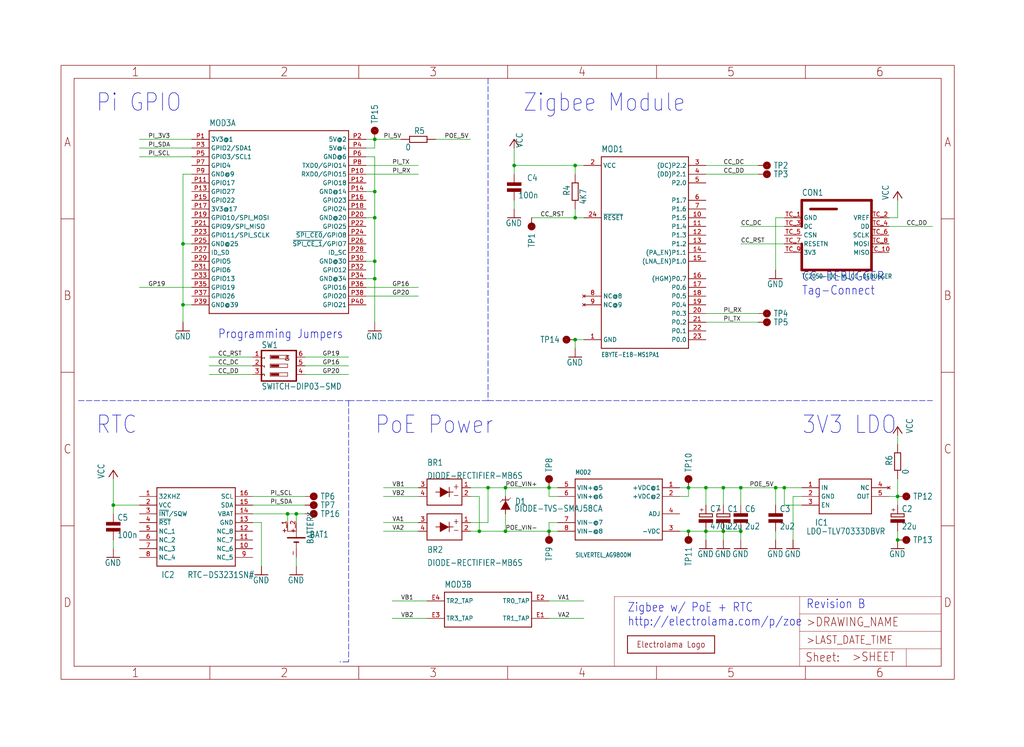
<source format=kicad_sch>
(kicad_sch (version 20211123) (generator eeschema)
  (paper "User" 298.45 217.881)
  (lib_symbols
    (symbol "eagleSchem-eagle-import:A4L-LOC"
      (symbol "A4L-LOC_0_0"
        (text "1" (at 21.6958 1.905 0) (effects (font (size 2.54 2.286))))
        (text "1" (at 21.6958 177.165 0) (effects (font (size 2.54 2.286))))
        (text "2" (at 65.0875 1.905 0) (effects (font (size 2.54 2.286))))
        (text "2" (at 65.0875 177.165 0) (effects (font (size 2.54 2.286))))
        (text "3" (at 108.4792 1.905 0) (effects (font (size 2.54 2.286))))
        (text "3" (at 108.4792 177.165 0) (effects (font (size 2.54 2.286))))
        (text "4" (at 151.8708 1.905 0) (effects (font (size 2.54 2.286))))
        (text "4" (at 151.8708 177.165 0) (effects (font (size 2.54 2.286))))
        (text "5" (at 195.2625 1.905 0) (effects (font (size 2.54 2.286))))
        (text "5" (at 195.2625 177.165 0) (effects (font (size 2.54 2.286))))
        (text "6" (at 238.6542 1.905 0) (effects (font (size 2.54 2.286))))
        (text "6" (at 238.6542 177.165 0) (effects (font (size 2.54 2.286))))
        (text "A" (at 1.905 156.6863 0) (effects (font (size 2.54 2.286))))
        (text "A" (at 258.445 156.6863 0) (effects (font (size 2.54 2.286))))
        (text "B" (at 1.905 111.9188 0) (effects (font (size 2.54 2.286))))
        (text "B" (at 258.445 111.9188 0) (effects (font (size 2.54 2.286))))
        (text "C" (at 1.905 67.1513 0) (effects (font (size 2.54 2.286))))
        (text "C" (at 258.445 67.1513 0) (effects (font (size 2.54 2.286))))
        (text "D" (at 1.905 22.3838 0) (effects (font (size 2.54 2.286))))
        (text "D" (at 258.445 22.3838 0) (effects (font (size 2.54 2.286))))
      )
      (symbol "A4L-LOC_1_0"
        (text ">DRAWING_NAME" (at 217.17 15.24 0) (effects (font (size 2.54 2.159)) (justify left bottom)))
        (text ">LAST_DATE_TIME" (at 217.17 10.16 0) (effects (font (size 2.286 1.9431)) (justify left bottom)))
        (text ">SHEET" (at 230.505 5.08 0) (effects (font (size 2.54 2.159)) (justify left bottom)))
        (text "Sheet:" (at 216.916 4.953 0) (effects (font (size 2.54 2.159)) (justify left bottom)))
      )
    )
    (symbol "eagleSchem-eagle-import:BATTERY"
      (property "Reference" "BAT" (at -1.27 3.175 0))
      (property "Value" "BATTERY" (at -1.27 -5.08 0))
      (symbol "BATTERY_1_0"
        (pin passive line (at 5.08 2.54 180) (length 2.54) (name "+1") (number "+_1"))
        (pin passive line (at 5.08 0 180) (length 2.54) (name "+2") (number "+_2"))
        (pin passive line (at -5.08 0 0) (length 2.54) (name "-") (number "-"))
      )
    )
    (symbol "eagleSchem-eagle-import:CAP-0603"
      (property "Reference" "C" (at 1.143 0.4826 0))
      (property "Value" "CAP-0603" (at 1.143 -4.5974 0))
      (symbol "CAP-0603_1_0"
        (pin passive line (at 0 2.54 270) (length 2.54) (name "1") (number "1"))
        (pin passive line (at 0 -5.08 90) (length 2.54) (name "2") (number "2"))
      )
    )
    (symbol "eagleSchem-eagle-import:CAP-POL-ELCO-D8-L10.5"
      (property "Reference" "C" (at 1.143 0.4826 0))
      (property "Value" "CAP-POL-ELCO-D8-L10.5" (at 1.143 -4.5974 0))
      (symbol "CAP-POL-ELCO-D8-L10.5_1_0"
        (text "+" (at -0.5842 0.4064 900) (effects (font (size 1.27 1.0795)) (justify left bottom)))
        (pin passive line (at 0 2.54 270) (length 2.54) (name "+") (number "+"))
        (pin passive line (at 0 -5.08 90) (length 2.54) (name "-") (number "-"))
      )
    )
    (symbol "eagleSchem-eagle-import:CAP-POL-TANT-A"
      (property "Reference" "C" (at 1.143 0.4826 0))
      (property "Value" "CAP-POL-TANT-A" (at 1.143 -4.5974 0))
      (symbol "CAP-POL-TANT-A_1_0"
        (text "+" (at -0.5842 0.4064 900) (effects (font (size 1.27 1.0795)) (justify left bottom)))
        (pin passive line (at 0 2.54 270) (length 2.54) (name "+") (number "+"))
        (pin passive line (at 0 -5.08 90) (length 2.54) (name "-") (number "-"))
      )
    )
    (symbol "eagleSchem-eagle-import:DIODE-RECTIFIER-MB6S"
      (property "Reference" "BR" (at -5.08 6.35 0))
      (property "Value" "DIODE-RECTIFIER-MB6S" (at -5.08 -5.08 0))
      (symbol "DIODE-RECTIFIER-MB6S_1_0"
        (text "+" (at 4.445 1.905 0) (effects (font (size 1.778 1.5113)) (justify right bottom)))
        (text "-" (at 4.445 -0.635 0) (effects (font (size 1.778 1.5113)) (justify right bottom)))
        (text "~" (at -4.445 -0.635 0) (effects (font (size 2.286 1.9431)) (justify left bottom)))
        (text "~" (at -4.445 1.905 0) (effects (font (size 2.286 1.9431)) (justify left bottom)))
        (pin bidirectional line (at 7.62 2.54 180) (length 2.54) (name "+") (number "1"))
        (pin bidirectional line (at 7.62 0 180) (length 2.54) (name "-") (number "2"))
        (pin bidirectional line (at -7.62 2.54 0) (length 2.54) (name "~{@3}") (number "3"))
        (pin bidirectional line (at -7.62 0 0) (length 2.54) (name "~{@4}") (number "4"))
      )
    )
    (symbol "eagleSchem-eagle-import:DIODE-TVS-SMAJ58CA"
      (property "Reference" "D" (at -2.3114 2.6416 0))
      (property "Value" "DIODE-TVS-SMAJ58CA" (at -2.5654 -4.4958 0))
      (symbol "DIODE-TVS-SMAJ58CA_1_0"
        (pin passive line (at 2.54 0 180) (length 2.54) (name "C") (number "1"))
        (pin passive line (at -2.54 0 0) (length 2.54) (name "A") (number "2"))
      )
    )
    (symbol "eagleSchem-eagle-import:EBYTE-E18-MS1PA1"
      (property "Reference" "MOD" (at -12.7 29.21 0))
      (property "Value" "EBYTE-E18-MS1PA1" (at -12.7 -30.48 0))
      (symbol "EBYTE-E18-MS1PA1_1_0"
        (pin power_in line (at -17.78 -25.4 0) (length 5.08) (name "GND") (number "1"))
        (pin bidirectional line (at 17.78 10.16 180) (length 5.08) (name "P1.5") (number "10"))
        (pin bidirectional line (at 17.78 7.62 180) (length 5.08) (name "P1.4") (number "11"))
        (pin bidirectional line (at 17.78 5.08 180) (length 5.08) (name "P1.3") (number "12"))
        (pin bidirectional line (at 17.78 2.54 180) (length 5.08) (name "P1.2") (number "13"))
        (pin output line (at 17.78 0 180) (length 5.08) (name "(PA_EN)P1.1") (number "14"))
        (pin output line (at 17.78 -2.54 180) (length 5.08) (name "(LNA_EN)P1.0") (number "15"))
        (pin output line (at 17.78 -7.62 180) (length 5.08) (name "(HGM)P0.7") (number "16"))
        (pin bidirectional line (at 17.78 -10.16 180) (length 5.08) (name "P0.6") (number "17"))
        (pin bidirectional line (at 17.78 -12.7 180) (length 5.08) (name "P0.5") (number "18"))
        (pin bidirectional line (at 17.78 -15.24 180) (length 5.08) (name "P0.4") (number "19"))
        (pin power_in line (at -17.78 25.4 0) (length 5.08) (name "VCC") (number "2"))
        (pin bidirectional line (at 17.78 -17.78 180) (length 5.08) (name "P0.3") (number "20"))
        (pin bidirectional line (at 17.78 -20.32 180) (length 5.08) (name "P0.2") (number "21"))
        (pin bidirectional line (at 17.78 -22.86 180) (length 5.08) (name "P0.1") (number "22"))
        (pin bidirectional line (at 17.78 -25.4 180) (length 5.08) (name "P0.0") (number "23"))
        (pin input line (at -17.78 10.16 0) (length 5.08) (name "~{RESET}") (number "24"))
        (pin bidirectional line (at 17.78 25.4 180) (length 5.08) (name "(DC)P2.2") (number "3"))
        (pin bidirectional line (at 17.78 22.86 180) (length 5.08) (name "(DD)P2.1") (number "4"))
        (pin bidirectional line (at 17.78 20.32 180) (length 5.08) (name "P2.0") (number "5"))
        (pin bidirectional line (at 17.78 15.24 180) (length 5.08) (name "P1.7") (number "6"))
        (pin bidirectional line (at 17.78 12.7 180) (length 5.08) (name "P1.6") (number "7"))
        (pin no_connect line (at -17.78 -12.7 0) (length 5.08) (name "NC@8") (number "8"))
        (pin no_connect line (at -17.78 -15.24 0) (length 5.08) (name "NC@9") (number "9"))
      )
    )
    (symbol "eagleSchem-eagle-import:GND" (power)
      (property "Value" "GND" (at -2.54 -2.54 0))
      (symbol "GND_1_0"
        (pin power_in line (at 0 2.54 270) (length 2.54) (name "GND") (number "1"))
      )
    )
    (symbol "eagleSchem-eagle-import:LDO-TLV70333DBVR"
      (property "Reference" "IC" (at 21.59 7.62 0))
      (property "Value" "LDO-TLV70333DBVR" (at 21.59 5.08 0))
      (symbol "LDO-TLV70333DBVR_1_0"
        (pin bidirectional line (at 0 0 0) (length 5.08) (name "IN") (number "1"))
        (pin bidirectional line (at 0 -2.54 0) (length 5.08) (name "GND") (number "2"))
        (pin bidirectional line (at 0 -5.08 0) (length 5.08) (name "EN") (number "3"))
        (pin no_connect line (at 25.4 0 180) (length 5.08) (name "NC") (number "4"))
        (pin bidirectional line (at 25.4 -2.54 180) (length 5.08) (name "OUT") (number "5"))
      )
    )
    (symbol "eagleSchem-eagle-import:LOGO-ELECTROLAMA"
      (symbol "LOGO-ELECTROLAMA_1_0"
        (text "Electrolama Logo" (at 0 0 0) (effects (font (size 1.778 1.5113))))
      )
    )
    (symbol "eagleSchem-eagle-import:RES-0603"
      (property "Reference" "R" (at -3.81 1.4986 0))
      (property "Value" "RES-0603" (at -3.81 -3.302 0))
      (symbol "RES-0603_1_0"
        (pin passive line (at -5.08 0 0) (length 2.54) (name "1") (number "1"))
        (pin passive line (at 5.08 0 180) (length 2.54) (name "2") (number "2"))
      )
    )
    (symbol "eagleSchem-eagle-import:RPI-HAT-FULL"
      (property "Reference" "MOD" (at -12.7 6.35 0))
      (symbol "RPI-HAT-FULL_1_0"
        (pin bidirectional line (at -25.4 22.86 0) (length 5.08) (name "3V3@1") (number "P1"))
        (pin bidirectional line (at 25.4 12.7 180) (length 5.08) (name "RXD0/GPIO15") (number "P10"))
        (pin bidirectional line (at -25.4 10.16 0) (length 5.08) (name "GPIO17") (number "P11"))
        (pin bidirectional line (at 25.4 10.16 180) (length 5.08) (name "GPIO18") (number "P12"))
        (pin bidirectional line (at -25.4 7.62 0) (length 5.08) (name "GPIO27") (number "P13"))
        (pin bidirectional line (at 25.4 7.62 180) (length 5.08) (name "GND@14") (number "P14"))
        (pin bidirectional line (at -25.4 5.08 0) (length 5.08) (name "GPIO22") (number "P15"))
        (pin bidirectional line (at 25.4 5.08 180) (length 5.08) (name "GPIO23") (number "P16"))
        (pin bidirectional line (at -25.4 2.54 0) (length 5.08) (name "3V3@17") (number "P17"))
        (pin bidirectional line (at 25.4 2.54 180) (length 5.08) (name "GPIO24") (number "P18"))
        (pin bidirectional line (at -25.4 0 0) (length 5.08) (name "GPIO10/SPI_MOSI") (number "P19"))
        (pin bidirectional line (at 25.4 22.86 180) (length 5.08) (name "5V@2") (number "P2"))
        (pin bidirectional line (at 25.4 0 180) (length 5.08) (name "GND@20") (number "P20"))
        (pin bidirectional line (at -25.4 -2.54 0) (length 5.08) (name "GPIO9/SPI_MISO") (number "P21"))
        (pin bidirectional line (at 25.4 -2.54 180) (length 5.08) (name "GPIO25") (number "P22"))
        (pin bidirectional line (at -25.4 -5.08 0) (length 5.08) (name "GPIO11/SPI_SCLK") (number "P23"))
        (pin bidirectional line (at 25.4 -5.08 180) (length 5.08) (name "~{SPI_CE0}/GPIO8") (number "P24"))
        (pin bidirectional line (at -25.4 -7.62 0) (length 5.08) (name "GND@25") (number "P25"))
        (pin bidirectional line (at 25.4 -7.62 180) (length 5.08) (name "~{SPI_CE_1}/GPIO7") (number "P26"))
        (pin bidirectional line (at -25.4 -10.16 0) (length 5.08) (name "ID_SD") (number "P27"))
        (pin bidirectional line (at 25.4 -10.16 180) (length 5.08) (name "ID_SC") (number "P28"))
        (pin bidirectional line (at -25.4 -12.7 0) (length 5.08) (name "GPIO5") (number "P29"))
        (pin bidirectional line (at -25.4 20.32 0) (length 5.08) (name "GPIO2/SDA1") (number "P3"))
        (pin bidirectional line (at 25.4 -12.7 180) (length 5.08) (name "GND@30") (number "P30"))
        (pin bidirectional line (at -25.4 -15.24 0) (length 5.08) (name "GPIO6") (number "P31"))
        (pin bidirectional line (at 25.4 -15.24 180) (length 5.08) (name "GPIO12") (number "P32"))
        (pin bidirectional line (at -25.4 -17.78 0) (length 5.08) (name "GPIO13") (number "P33"))
        (pin bidirectional line (at 25.4 -17.78 180) (length 5.08) (name "GND@34") (number "P34"))
        (pin bidirectional line (at -25.4 -20.32 0) (length 5.08) (name "GPIO19") (number "P35"))
        (pin bidirectional line (at 25.4 -20.32 180) (length 5.08) (name "GPIO16") (number "P36"))
        (pin bidirectional line (at -25.4 -22.86 0) (length 5.08) (name "GPIO26") (number "P37"))
        (pin bidirectional line (at 25.4 -22.86 180) (length 5.08) (name "GPIO20") (number "P38"))
        (pin bidirectional line (at -25.4 -25.4 0) (length 5.08) (name "GND@39") (number "P39"))
        (pin bidirectional line (at 25.4 20.32 180) (length 5.08) (name "5V@4") (number "P4"))
        (pin bidirectional line (at 25.4 -25.4 180) (length 5.08) (name "GPIO21") (number "P40"))
        (pin bidirectional line (at -25.4 17.78 0) (length 5.08) (name "GPIO3/SCL1") (number "P5"))
        (pin bidirectional line (at 25.4 17.78 180) (length 5.08) (name "GND@6") (number "P6"))
        (pin bidirectional line (at -25.4 15.24 0) (length 5.08) (name "GPIO4") (number "P7"))
        (pin bidirectional line (at 25.4 15.24 180) (length 5.08) (name "TXD0/GPIO14") (number "P8"))
        (pin bidirectional line (at -25.4 12.7 0) (length 5.08) (name "GND@9") (number "P9"))
      )
      (symbol "RPI-HAT-FULL_2_0"
        (pin bidirectional line (at 17.78 -2.54 180) (length 5.08) (name "TR1_TAP") (number "E1"))
        (pin bidirectional line (at 17.78 2.54 180) (length 5.08) (name "TR0_TAP") (number "E2"))
        (pin bidirectional line (at -17.78 -2.54 0) (length 5.08) (name "TR3_TAP") (number "E3"))
        (pin bidirectional line (at -17.78 2.54 0) (length 5.08) (name "TR2_TAP") (number "E4"))
      )
    )
    (symbol "eagleSchem-eagle-import:RTC-DS3231SN#"
      (property "Reference" "IC" (at 29.21 7.62 0))
      (property "Value" "RTC-DS3231SN#" (at 29.21 5.08 0))
      (symbol "RTC-DS3231SN#_1_0"
        (pin bidirectional line (at 0 0 0) (length 5.08) (name "32KHZ") (number "1"))
        (pin bidirectional line (at 33.02 -15.24 180) (length 5.08) (name "NC_6") (number "10"))
        (pin bidirectional line (at 33.02 -12.7 180) (length 5.08) (name "NC_7") (number "11"))
        (pin bidirectional line (at 33.02 -10.16 180) (length 5.08) (name "NC_8") (number "12"))
        (pin power_in line (at 33.02 -7.62 180) (length 5.08) (name "GND") (number "13"))
        (pin bidirectional line (at 33.02 -5.08 180) (length 5.08) (name "VBAT") (number "14"))
        (pin bidirectional line (at 33.02 -2.54 180) (length 5.08) (name "SDA") (number "15"))
        (pin bidirectional line (at 33.02 0 180) (length 5.08) (name "SCL") (number "16"))
        (pin power_in line (at 0 -2.54 0) (length 5.08) (name "VCC") (number "2"))
        (pin input line (at 0 -5.08 0) (length 5.08) (name "~{INT}/SQW") (number "3"))
        (pin input line (at 0 -7.62 0) (length 5.08) (name "~{RST}") (number "4"))
        (pin bidirectional line (at 0 -10.16 0) (length 5.08) (name "NC_1") (number "5"))
        (pin bidirectional line (at 0 -12.7 0) (length 5.08) (name "NC_2") (number "6"))
        (pin bidirectional line (at 0 -15.24 0) (length 5.08) (name "NC_3") (number "7"))
        (pin bidirectional line (at 0 -17.78 0) (length 5.08) (name "NC_4") (number "8"))
        (pin bidirectional line (at 33.02 -17.78 180) (length 5.08) (name "NC_5") (number "9"))
      )
    )
    (symbol "eagleSchem-eagle-import:SILVERTEL_AG9800M"
      (property "Reference" "MOD" (at -12.7 11.43 0))
      (property "Value" "SILVERTEL_AG9800M" (at -12.7 -10.16 0))
      (symbol "SILVERTEL_AG9800M_1_0"
        (pin bidirectional line (at 17.78 7.62 180) (length 5.08) (name "+VDC@1") (number "1"))
        (pin bidirectional line (at 17.78 5.08 180) (length 5.08) (name "+VDC@2") (number "2"))
        (pin bidirectional line (at 17.78 -5.08 180) (length 5.08) (name "-VDC") (number "3"))
        (pin bidirectional line (at 17.78 0 180) (length 5.08) (name "ADJ") (number "4"))
        (pin bidirectional line (at -17.78 7.62 0) (length 5.08) (name "VIN+@5") (number "5"))
        (pin bidirectional line (at -17.78 5.08 0) (length 5.08) (name "VIN+@6") (number "6"))
        (pin bidirectional line (at -17.78 -2.54 0) (length 5.08) (name "VIN-@7") (number "7"))
        (pin bidirectional line (at -17.78 -5.08 0) (length 5.08) (name "VIN-@8") (number "8"))
      )
    )
    (symbol "eagleSchem-eagle-import:SWITCH-DIP03-SMD"
      (property "Reference" "SW" (at -5.08 -5.08 90))
      (property "Value" "SWITCH-DIP03-SMD" (at 6.985 -5.08 90))
      (symbol "SWITCH-DIP03-SMD_1_0"
        (text "1" (at -2.794 -4.064 0) (effects (font (size 0.9906 0.842) (thickness 0.1684) bold) (justify left bottom)))
        (text "2" (at -0.381 -4.064 0) (effects (font (size 0.9906 0.842) (thickness 0.1684) bold) (justify left bottom)))
        (text "3" (at 2.159 -4.064 0) (effects (font (size 0.9906 0.842) (thickness 0.1684) bold) (justify left bottom)))
        (text "ON" (at -3.302 3.048 0) (effects (font (size 0.9906 0.842) (thickness 0.1684) bold) (justify left bottom)))
        (pin passive line (at -2.54 -7.62 90) (length 2.54) (name "1") (number "1"))
        (pin passive line (at 0 -7.62 90) (length 2.54) (name "2") (number "2"))
        (pin passive line (at 2.54 -7.62 90) (length 2.54) (name "3") (number "3"))
        (pin passive line (at 2.54 7.62 270) (length 2.54) (name "4") (number "4"))
        (pin passive line (at 0 7.62 270) (length 2.54) (name "5") (number "5"))
        (pin passive line (at -2.54 7.62 270) (length 2.54) (name "6") (number "6"))
      )
    )
    (symbol "eagleSchem-eagle-import:TC2050-IDC-NL_CC-DEBUGGER"
      (property "Reference" "CON" (at -10.16 11.43 0))
      (property "Value" "TC2050-IDC-NL_CC-DEBUGGER" (at -10.16 -12.7 0))
      (symbol "TC2050-IDC-NL_CC-DEBUGGER_1_0"
        (pin bidirectional line (at -15.24 5.08 0) (length 5.08) (name "GND") (number "TC_1"))
        (pin bidirectional line (at 15.24 -5.08 180) (length 5.08) (name "MISO") (number "TC_10"))
        (pin bidirectional line (at 15.24 5.08 180) (length 5.08) (name "VREF") (number "TC_2"))
        (pin bidirectional line (at -15.24 2.54 0) (length 5.08) (name "DC") (number "TC_3"))
        (pin bidirectional line (at 15.24 2.54 180) (length 5.08) (name "DD") (number "TC_4"))
        (pin bidirectional line (at -15.24 0 0) (length 5.08) (name "CSN") (number "TC_5"))
        (pin bidirectional line (at 15.24 0 180) (length 5.08) (name "SCLK") (number "TC_6"))
        (pin bidirectional line (at -15.24 -2.54 0) (length 5.08) (name "RESETN") (number "TC_7"))
        (pin bidirectional line (at 15.24 -2.54 180) (length 5.08) (name "MOSI") (number "TC_8"))
        (pin bidirectional line (at -15.24 -5.08 0) (length 5.08) (name "3V3") (number "TC_9"))
      )
    )
    (symbol "eagleSchem-eagle-import:TP"
      (property "Reference" "TP" (at 1.905 0 0))
      (symbol "TP_1_0"
        (pin bidirectional line (at -2.54 0 0) (length 2.54) (name "TP") (number "TP"))
      )
    )
    (symbol "eagleSchem-eagle-import:TP_DUAL_1206"
      (property "Reference" "R" (at -3.81 1.4986 0))
      (property "Value" "TP_DUAL_1206" (at -3.81 -3.302 0))
      (symbol "TP_DUAL_1206_1_0"
        (pin passive line (at -5.08 0 0) (length 2.54) (name "1") (number "1"))
        (pin passive line (at 5.08 0 180) (length 2.54) (name "2") (number "2"))
      )
    )
    (symbol "eagleSchem-eagle-import:VCC" (power)
      (property "Value" "VCC" (at -2.54 -2.54 90))
      (symbol "VCC_1_0"
        (pin power_in line (at 0 -2.54 90) (length 2.54) (name "VCC") (number "1"))
      )
    )
  )
  (junction (at 139.7 154.94))
  (junction (at 109.22 63.5))
  (junction (at 149.86 48.26))
  (junction (at 226.06 142.24))
  (junction (at 167.64 48.26))
  (junction (at 228.6 142.24))
  (junction (at 261.62 144.78))
  (junction (at 200.66 142.24))
  (junction (at 215.9 142.24))
  (junction (at 210.82 154.94))
  (junction (at 205.74 154.94))
  (junction (at 167.64 63.5))
  (junction (at 33.02 147.32))
  (junction (at 160.02 142.24))
  (junction (at 147.32 154.94))
  (junction (at 83.82 149.86))
  (junction (at 167.64 99.06))
  (junction (at 261.62 157.48))
  (junction (at 215.9 154.94))
  (junction (at 53.34 88.9))
  (junction (at 109.22 76.2))
  (junction (at 109.22 55.88))
  (junction (at 53.34 71.12))
  (junction (at 86.36 149.86))
  (junction (at 147.32 142.24))
  (junction (at 142.24 142.24))
  (junction (at 109.22 81.28))
  (junction (at 160.02 154.94))
  (junction (at 109.22 40.64))
  (junction (at 210.82 142.24))
  (junction (at 200.66 154.94))
  (junction (at 205.74 142.24))
  (wire (pts (xy 55.88 45.72) (xy 40.64 45.72)))
  (wire (pts (xy 109.22 63.5) (xy 109.22 76.2)))
  (wire (pts (xy 259.08 63.5) (xy 261.62 63.5)))
  (wire (pts (xy 40.64 147.32) (xy 33.02 147.32)))
  (wire (pts (xy 160.02 142.24) (xy 162.56 142.24)))
  (wire (pts (xy 160.02 154.94) (xy 162.56 154.94)))
  (wire (pts (xy 88.9 149.86) (xy 86.36 149.86)))
  (wire (pts (xy 167.64 50.8) (xy 167.64 48.26)))
  (wire (pts (xy 170.18 99.06) (xy 167.64 99.06)))
  (wire (pts (xy 200.66 154.94) (xy 205.74 154.94)))
  (wire (pts (xy 109.22 43.18) (xy 109.22 40.64)))
  (wire (pts (xy 106.68 48.26) (xy 121.92 48.26)))
  (wire (pts (xy 261.62 139.7) (xy 261.62 144.78)))
  (wire (pts (xy 124.46 175.26) (xy 114.3 175.26)))
  (wire (pts (xy 210.82 154.94) (xy 210.82 157.48)))
  (wire (pts (xy 147.32 154.94) (xy 139.7 154.94)))
  (wire (pts (xy 259.08 66.04) (xy 271.78 66.04)))
  (wire (pts (xy 210.82 142.24) (xy 215.9 142.24)))
  (wire (pts (xy 139.7 154.94) (xy 137.16 154.94)))
  (wire (pts (xy 215.9 147.32) (xy 215.9 142.24)))
  (wire (pts (xy 55.88 40.64) (xy 40.64 40.64)))
  (wire (pts (xy 261.62 147.32) (xy 261.62 144.78)))
  (wire (pts (xy 167.64 60.96) (xy 167.64 63.5)))
  (wire (pts (xy 86.36 162.56) (xy 86.36 165.1)))
  (wire (pts (xy 200.66 142.24) (xy 205.74 142.24)))
  (wire (pts (xy 205.74 48.26) (xy 220.98 48.26)))
  (wire (pts (xy 228.6 142.24) (xy 226.06 142.24)))
  (wire (pts (xy 73.66 109.22) (xy 60.96 109.22)))
  (wire (pts (xy 198.12 144.78) (xy 200.66 144.78)))
  (wire (pts (xy 147.32 144.78) (xy 147.32 142.24)))
  (wire (pts (xy 167.64 63.5) (xy 154.94 63.5)))
  (wire (pts (xy 86.36 149.86) (xy 86.36 152.4)))
  (polyline (pts (xy 101.6 193.04) (xy 99.06 193.04)))
  (wire (pts (xy 106.68 86.36) (xy 121.92 86.36)))
  (wire (pts (xy 170.18 48.26) (xy 167.64 48.26)))
  (wire (pts (xy 215.9 154.94) (xy 215.9 157.48)))
  (wire (pts (xy 228.6 147.32) (xy 228.6 142.24)))
  (wire (pts (xy 167.64 48.26) (xy 149.86 48.26)))
  (wire (pts (xy 228.6 63.5) (xy 226.06 63.5)))
  (wire (pts (xy 139.7 144.78) (xy 139.7 154.94)))
  (wire (pts (xy 106.68 43.18) (xy 109.22 43.18)))
  (wire (pts (xy 261.62 63.5) (xy 261.62 58.42)))
  (wire (pts (xy 198.12 142.24) (xy 200.66 142.24)))
  (wire (pts (xy 88.9 106.68) (xy 101.6 106.68)))
  (wire (pts (xy 53.34 71.12) (xy 53.34 88.9)))
  (wire (pts (xy 205.74 147.32) (xy 205.74 142.24)))
  (wire (pts (xy 205.74 50.8) (xy 220.98 50.8)))
  (wire (pts (xy 33.02 147.32) (xy 33.02 139.7)))
  (wire (pts (xy 147.32 149.86) (xy 147.32 154.94)))
  (wire (pts (xy 261.62 127) (xy 261.62 129.54)))
  (wire (pts (xy 205.74 142.24) (xy 210.82 142.24)))
  (wire (pts (xy 106.68 50.8) (xy 121.92 50.8)))
  (wire (pts (xy 33.02 157.48) (xy 33.02 160.02)))
  (wire (pts (xy 137.16 142.24) (xy 142.24 142.24)))
  (wire (pts (xy 149.86 48.26) (xy 149.86 50.8)))
  (wire (pts (xy 149.86 60.96) (xy 149.86 58.42)))
  (wire (pts (xy 233.68 142.24) (xy 228.6 142.24)))
  (wire (pts (xy 106.68 45.72) (xy 109.22 45.72)))
  (wire (pts (xy 109.22 40.64) (xy 106.68 40.64)))
  (wire (pts (xy 160.02 180.34) (xy 170.18 180.34)))
  (wire (pts (xy 200.66 144.78) (xy 200.66 142.24)))
  (polyline (pts (xy 22.86 116.84) (xy 101.6 116.84)))
  (wire (pts (xy 124.46 180.34) (xy 114.3 180.34)))
  (wire (pts (xy 53.34 88.9) (xy 53.34 93.98)))
  (wire (pts (xy 160.02 152.4) (xy 160.02 154.94)))
  (wire (pts (xy 160.02 175.26) (xy 170.18 175.26)))
  (polyline (pts (xy 101.6 116.84) (xy 142.24 116.84)))
  (wire (pts (xy 73.66 144.78) (xy 88.9 144.78)))
  (wire (pts (xy 109.22 81.28) (xy 109.22 93.98)))
  (wire (pts (xy 215.9 142.24) (xy 226.06 142.24)))
  (wire (pts (xy 226.06 157.48) (xy 226.06 154.94)))
  (wire (pts (xy 83.82 149.86) (xy 83.82 152.4)))
  (wire (pts (xy 83.82 149.86) (xy 86.36 149.86)))
  (wire (pts (xy 205.74 154.94) (xy 210.82 154.94)))
  (wire (pts (xy 33.02 147.32) (xy 33.02 149.86)))
  (wire (pts (xy 106.68 55.88) (xy 109.22 55.88)))
  (wire (pts (xy 142.24 152.4) (xy 142.24 142.24)))
  (wire (pts (xy 53.34 50.8) (xy 53.34 71.12)))
  (wire (pts (xy 210.82 154.94) (xy 215.9 154.94)))
  (wire (pts (xy 137.16 144.78) (xy 139.7 144.78)))
  (wire (pts (xy 73.66 104.14) (xy 60.96 104.14)))
  (wire (pts (xy 106.68 83.82) (xy 121.92 83.82)))
  (wire (pts (xy 205.74 93.98) (xy 220.98 93.98)))
  (wire (pts (xy 205.74 154.94) (xy 205.74 157.48)))
  (polyline (pts (xy 101.6 116.84) (xy 101.6 193.04)))
  (wire (pts (xy 160.02 144.78) (xy 160.02 142.24)))
  (wire (pts (xy 226.06 63.5) (xy 226.06 78.74)))
  (wire (pts (xy 76.2 152.4) (xy 76.2 165.1)))
  (wire (pts (xy 147.32 142.24) (xy 160.02 142.24)))
  (wire (pts (xy 233.68 147.32) (xy 228.6 147.32)))
  (wire (pts (xy 88.9 109.22) (xy 101.6 109.22)))
  (wire (pts (xy 261.62 157.48) (xy 261.62 154.94)))
  (wire (pts (xy 109.22 76.2) (xy 109.22 81.28)))
  (wire (pts (xy 106.68 81.28) (xy 109.22 81.28)))
  (wire (pts (xy 73.66 147.32) (xy 88.9 147.32)))
  (wire (pts (xy 149.86 48.26) (xy 149.86 43.18)))
  (wire (pts (xy 142.24 142.24) (xy 147.32 142.24)))
  (wire (pts (xy 160.02 154.94) (xy 147.32 154.94)))
  (polyline (pts (xy 142.24 22.86) (xy 142.24 116.84)))
  (wire (pts (xy 198.12 154.94) (xy 200.66 154.94)))
  (wire (pts (xy 109.22 45.72) (xy 109.22 55.88)))
  (wire (pts (xy 170.18 63.5) (xy 167.64 63.5)))
  (wire (pts (xy 121.92 154.94) (xy 111.76 154.94)))
  (wire (pts (xy 55.88 50.8) (xy 53.34 50.8)))
  (wire (pts (xy 88.9 104.14) (xy 101.6 104.14)))
  (wire (pts (xy 55.88 83.82) (xy 40.64 83.82)))
  (wire (pts (xy 55.88 43.18) (xy 40.64 43.18)))
  (wire (pts (xy 106.68 76.2) (xy 109.22 76.2)))
  (wire (pts (xy 162.56 152.4) (xy 160.02 152.4)))
  (wire (pts (xy 259.08 144.78) (xy 261.62 144.78)))
  (wire (pts (xy 162.56 144.78) (xy 160.02 144.78)))
  (wire (pts (xy 121.92 142.24) (xy 111.76 142.24)))
  (wire (pts (xy 137.16 152.4) (xy 142.24 152.4)))
  (wire (pts (xy 121.92 152.4) (xy 111.76 152.4)))
  (wire (pts (xy 205.74 91.44) (xy 220.98 91.44)))
  (wire (pts (xy 167.64 99.06) (xy 167.64 101.6)))
  (wire (pts (xy 106.68 63.5) (xy 109.22 63.5)))
  (wire (pts (xy 233.68 144.78) (xy 231.14 144.78)))
  (wire (pts (xy 73.66 152.4) (xy 76.2 152.4)))
  (polyline (pts (xy 142.24 116.84) (xy 271.78 116.84)))
  (wire (pts (xy 231.14 144.78) (xy 231.14 157.48)))
  (wire (pts (xy 210.82 147.32) (xy 210.82 142.24)))
  (wire (pts (xy 55.88 88.9) (xy 53.34 88.9)))
  (wire (pts (xy 127 40.64) (xy 137.16 40.64)))
  (wire (pts (xy 73.66 106.68) (xy 60.96 106.68)))
  (wire (pts (xy 55.88 71.12) (xy 53.34 71.12)))
  (wire (pts (xy 109.22 40.64) (xy 116.84 40.64)))
  (wire (pts (xy 121.92 144.78) (xy 111.76 144.78)))
  (wire (pts (xy 228.6 66.04) (xy 215.9 66.04)))
  (wire (pts (xy 228.6 71.12) (xy 215.9 71.12)))
  (wire (pts (xy 109.22 55.88) (xy 109.22 63.5)))
  (wire (pts (xy 73.66 149.86) (xy 83.82 149.86)))
  (wire (pts (xy 226.06 142.24) (xy 226.06 147.32)))
  (text "CC-DEBUGGER\nTag-Connect" (at 233.68 86.36 180) (effects (font (size 2.54 2.159)) (justify left bottom)))
  (text "3V3 LDO" (at 233.68 127 180) (effects (font (size 5.08 4.318)) (justify left bottom)))
  (text "Programming Jumpers" (at 63.5 99.06 180) (effects (font (size 2.54 2.159)) (justify left bottom)))
  (text "Pi GPIO" (at 27.94 33.02 180) (effects (font (size 5.08 4.318)) (justify left bottom)))
  (text "PoE Power" (at 109.22 127 180) (effects (font (size 5.08 4.318)) (justify left bottom)))
  (text "Revision B" (at 234.95 177.8 180) (effects (font (size 2.54 2.159)) (justify left bottom)))
  (text "RTC" (at 27.94 127 180) (effects (font (size 5.08 4.318)) (justify left bottom)))
  (text "Zigbee Module" (at 152.4 33.02 180) (effects (font (size 5.08 4.318)) (justify left bottom)))
  (text "Zigbee w/ PoE + RTC\nhttp://electrolama.com/p/zoe" (at 182.88 182.88 180) (effects (font (size 2.54 2.159)) (justify left bottom)))
  (label "POE_VIN-" (at 147.32 154.94 0) (effects (font (size 1.2446 1.2446))))
  (label "VA1" (at 114.3 152.4 0) (effects (font (size 1.2446 1.2446))))
  (label "VB1" (at 114.3 142.24 0) (effects (font (size 1.2446 1.2446))))
  (label "PI_RX" (at 114.3 50.8 0) (effects (font (size 1.2446 1.2446))))
  (label "VA1" (at 162.56 175.26 0) (effects (font (size 1.2446 1.2446))))
  (label "CC_RST" (at 215.9 71.12 0) (effects (font (size 1.2446 1.2446))))
  (label "GP19" (at 93.98 104.14 0) (effects (font (size 1.2446 1.2446))))
  (label "GP16" (at 114.3 83.82 0) (effects (font (size 1.2446 1.2446))))
  (label "PI_SDA" (at 78.74 147.32 0) (effects (font (size 1.2446 1.2446))))
  (label "VB2" (at 114.3 144.78 0) (effects (font (size 1.2446 1.2446))))
  (label "VA2" (at 162.56 180.34 0) (effects (font (size 1.2446 1.2446))))
  (label "POE_5V" (at 218.44 142.24 0) (effects (font (size 1.2446 1.2446))))
  (label "PI_SCL" (at 43.18 45.72 0) (effects (font (size 1.2446 1.2446))))
  (label "POE_5V" (at 129.54 40.64 0) (effects (font (size 1.2446 1.2446))))
  (label "PI_SCL" (at 78.74 144.78 0) (effects (font (size 1.2446 1.2446))))
  (label "PI_SDA" (at 43.18 43.18 0) (effects (font (size 1.2446 1.2446))))
  (label "CC_DC" (at 215.9 66.04 0) (effects (font (size 1.2446 1.2446))))
  (label "GP20" (at 93.98 109.22 0) (effects (font (size 1.2446 1.2446))))
  (label "PI_TX" (at 114.3 48.26 0) (effects (font (size 1.2446 1.2446))))
  (label "POE_VIN+" (at 147.32 142.24 0) (effects (font (size 1.2446 1.2446))))
  (label "PI_5V" (at 111.76 40.64 0) (effects (font (size 1.2446 1.2446))))
  (label "GP20" (at 114.3 86.36 0) (effects (font (size 1.2446 1.2446))))
  (label "CC_RST" (at 157.48 63.5 0) (effects (font (size 1.2446 1.2446))))
  (label "CC_DC" (at 210.82 48.26 0) (effects (font (size 1.2446 1.2446))))
  (label "GP19" (at 43.18 83.82 0) (effects (font (size 1.2446 1.2446))))
  (label "CC_DD" (at 63.5 109.22 0) (effects (font (size 1.2446 1.2446))))
  (label "GP16" (at 93.98 106.68 0) (effects (font (size 1.2446 1.2446))))
  (label "CC_DD" (at 264.16 66.04 0) (effects (font (size 1.2446 1.2446))))
  (label "VB1" (at 116.84 175.26 0) (effects (font (size 1.2446 1.2446))))
  (label "CC_DD" (at 210.82 50.8 0) (effects (font (size 1.2446 1.2446))))
  (label "CC_RST" (at 63.5 104.14 0) (effects (font (size 1.2446 1.2446))))
  (label "CC_DC" (at 63.5 106.68 0) (effects (font (size 1.2446 1.2446))))
  (label "VB2" (at 116.84 180.34 0) (effects (font (size 1.2446 1.2446))))
  (label "VA2" (at 114.3 154.94 0) (effects (font (size 1.2446 1.2446))))
  (label "PI_TX" (at 210.82 93.98 0) (effects (font (size 1.2446 1.2446))))
  (label "PI_RX" (at 210.82 91.44 0) (effects (font (size 1.2446 1.2446))))
  (label "PI_3V3" (at 43.18 40.64 0) (effects (font (size 1.2446 1.2446))))
  (symbol (lib_id "eagleSchem-eagle-import:CAP-0603") (at 215.9 149.86 0) (unit 1)
    (property "Reference" "C6" (at 217.043 149.3774 0) (effects (font (size 1.778 1.5113)) (justify left bottom)))
    (property "Value" "2u2" (at 217.043 154.4574 0) (effects (font (size 1.778 1.5113)) (justify left bottom)))
    (property "Footprint" "eagleSchem:_PKG_C_0603" (effects hide))
  )
  (symbol (lib_id "eagleSchem-eagle-import:GND") (at 53.34 96.52 0) (unit 1)
    (property "Reference" "#GND4" (effects hide))
    (property "Value" "GND" (at 50.8 99.06 0) (effects (font (size 1.778 1.5113)) (justify left bottom)))
    (property "Footprint" "eagleSchem:" (effects hide))
  )
  (symbol (lib_id "eagleSchem-eagle-import:TC2050-IDC-NL_CC-DEBUGGER") (at 243.84 68.58 0) (unit 1)
    (property "Reference" "CON1" (at 233.68 57.15 0) (effects (font (size 1.778 1.5113)) (justify left bottom)))
    (property "Value" "TC2050-IDC-NL_CC-DEBUGGER" (at 233.68 81.28 0) (effects (font (size 1.27 1.0795)) (justify left bottom)))
    (property "Footprint" "eagleSchem:TC2050-IDC-NL" (effects hide))
  )
  (symbol (lib_id "eagleSchem-eagle-import:GND") (at 149.86 63.5 0) (unit 1)
    (property "Reference" "#GND7" (effects hide))
    (property "Value" "GND" (at 147.32 66.04 0) (effects (font (size 1.778 1.5113)) (justify left bottom)))
    (property "Footprint" "eagleSchem:" (effects hide))
  )
  (symbol (lib_id "eagleSchem-eagle-import:TP") (at 223.52 48.26 0) (unit 1)
    (property "Reference" "TP2" (at 225.425 48.26 0) (effects (font (size 1.778 1.5113)) (justify left)))
    (property "Value" "TP" (effects hide))
    (property "Footprint" "eagleSchem:TP" (effects hide))
  )
  (symbol (lib_id "eagleSchem-eagle-import:RPI-HAT-FULL") (at 142.24 177.8 0) (unit 2)
    (property "Reference" "MOD3" (at 129.54 171.45 0) (effects (font (size 1.778 1.5113)) (justify left bottom)))
    (property "Value" "RPI-HAT-FULL" (effects hide))
    (property "Footprint" "eagleSchem:RPI-HAT-FULL" (effects hide))
  )
  (symbol (lib_id "eagleSchem-eagle-import:RES-0603") (at 167.64 55.88 90) (unit 1)
    (property "Reference" "R4" (at 166.1414 57.15 0) (effects (font (size 1.778 1.5113)) (justify left bottom)))
    (property "Value" "4K7" (at 170.942 59.69 0) (effects (font (size 1.778 1.5113)) (justify left bottom)))
    (property "Footprint" "eagleSchem:_PKG_C_0603" (effects hide))
  )
  (symbol (lib_id "eagleSchem-eagle-import:CAP-0603") (at 149.86 53.34 0) (unit 1)
    (property "Reference" "C4" (at 153.543 52.8574 0) (effects (font (size 1.778 1.5113)) (justify left bottom)))
    (property "Value" "100n" (at 151.003 57.9374 0) (effects (font (size 1.778 1.5113)) (justify left bottom)))
    (property "Footprint" "eagleSchem:_PKG_C_0603" (effects hide))
  )
  (symbol (lib_id "eagleSchem-eagle-import:RPI-HAT-FULL") (at 81.28 63.5 0) (unit 1)
    (property "Reference" "MOD3" (at 60.96 36.83 0) (effects (font (size 1.778 1.5113)) (justify left bottom)))
    (property "Value" "RPI-HAT-FULL" (effects hide))
    (property "Footprint" "eagleSchem:RPI-HAT-FULL" (effects hide))
  )
  (symbol (lib_id "eagleSchem-eagle-import:CAP-POL-ELCO-D8-L10.5") (at 205.74 149.86 0) (unit 1)
    (property "Reference" "C7" (at 206.883 149.3774 0) (effects (font (size 1.778 1.5113)) (justify left bottom)))
    (property "Value" "470u" (at 206.883 154.4574 0) (effects (font (size 1.778 1.5113)) (justify left bottom)))
    (property "Footprint" "eagleSchem:_CAP_ELCO_D8_L10.5" (effects hide))
  )
  (symbol (lib_id "eagleSchem-eagle-import:GND") (at 205.74 160.02 0) (unit 1)
    (property "Reference" "#GND13" (effects hide))
    (property "Value" "GND" (at 203.2 162.56 0) (effects (font (size 1.778 1.5113)) (justify left bottom)))
    (property "Footprint" "eagleSchem:" (effects hide))
  )
  (symbol (lib_id "eagleSchem-eagle-import:GND") (at 226.06 160.02 0) (unit 1)
    (property "Reference" "#GND9" (effects hide))
    (property "Value" "GND" (at 223.52 162.56 0) (effects (font (size 1.778 1.5113)) (justify left bottom)))
    (property "Footprint" "eagleSchem:" (effects hide))
  )
  (symbol (lib_id "eagleSchem-eagle-import:EBYTE-E18-MS1PA1") (at 187.96 73.66 0) (unit 1)
    (property "Reference" "MOD1" (at 175.26 44.45 0) (effects (font (size 1.778 1.5113)) (justify left bottom)))
    (property "Value" "EBYTE-E18-MS1PA1" (at 175.26 104.14 0) (effects (font (size 1.27 1.0795)) (justify left bottom)))
    (property "Footprint" "eagleSchem:EBYTE-E18-MS1PA1" (effects hide))
  )
  (symbol (lib_id "eagleSchem-eagle-import:GND") (at 231.14 160.02 0) (unit 1)
    (property "Reference" "#GND10" (effects hide))
    (property "Value" "GND" (at 228.6 162.56 0) (effects (font (size 1.778 1.5113)) (justify left bottom)))
    (property "Footprint" "eagleSchem:" (effects hide))
  )
  (symbol (lib_id "eagleSchem-eagle-import:GND") (at 210.82 160.02 0) (unit 1)
    (property "Reference" "#GND5" (effects hide))
    (property "Value" "GND" (at 208.28 162.56 0) (effects (font (size 1.778 1.5113)) (justify left bottom)))
    (property "Footprint" "eagleSchem:" (effects hide))
  )
  (symbol (lib_id "eagleSchem-eagle-import:TP_DUAL_1206") (at 121.92 40.64 0) (unit 1)
    (property "Reference" "R5" (at 120.65 39.1414 0) (effects (font (size 1.778 1.5113)) (justify left bottom)))
    (property "Value" "0" (at 118.11 43.942 0) (effects (font (size 1.778 1.5113)) (justify left bottom)))
    (property "Footprint" "eagleSchem:TP_DUAL_1206" (effects hide))
  )
  (symbol (lib_id "eagleSchem-eagle-import:DIODE-TVS-SMAJ58CA") (at 147.32 147.32 90) (unit 1)
    (property "Reference" "D1" (at 150.0886 147.2184 90) (effects (font (size 1.778 1.5113)) (justify right top)))
    (property "Value" "DIODE-TVS-SMAJ58CA" (at 149.8346 149.2758 90) (effects (font (size 1.778 1.5113)) (justify right top)))
    (property "Footprint" "eagleSchem:DIOM5126X250N-NOPOL" (effects hide))
  )
  (symbol (lib_id "eagleSchem-eagle-import:TP") (at 160.02 157.48 270) (unit 1)
    (property "Reference" "TP9" (at 160.02 159.385 0) (effects (font (size 1.778 1.5113)) (justify left)))
    (property "Value" "TP" (effects hide))
    (property "Footprint" "eagleSchem:TP" (effects hide))
  )
  (symbol (lib_id "eagleSchem-eagle-import:TP") (at 109.22 38.1 90) (unit 1)
    (property "Reference" "TP15" (at 109.22 36.195 0) (effects (font (size 1.778 1.5113)) (justify left)))
    (property "Value" "TP" (effects hide))
    (property "Footprint" "eagleSchem:TP" (effects hide))
  )
  (symbol (lib_id "eagleSchem-eagle-import:CAP-0603") (at 226.06 149.86 0) (unit 1)
    (property "Reference" "C3" (at 227.203 149.3774 0) (effects (font (size 1.778 1.5113)) (justify left bottom)))
    (property "Value" "2u2" (at 227.203 154.4574 0) (effects (font (size 1.778 1.5113)) (justify left bottom)))
    (property "Footprint" "eagleSchem:_PKG_C_0603" (effects hide))
  )
  (symbol (lib_id "eagleSchem-eagle-import:CAP-0603") (at 33.02 152.4 0) (unit 1)
    (property "Reference" "C5" (at 34.163 151.9174 0) (effects (font (size 1.778 1.5113)) (justify left bottom)))
    (property "Value" "100n" (at 34.163 156.9974 0) (effects (font (size 1.778 1.5113)) (justify left bottom)))
    (property "Footprint" "eagleSchem:_PKG_C_0603" (effects hide))
  )
  (symbol (lib_id "eagleSchem-eagle-import:TP") (at 264.16 157.48 0) (unit 1)
    (property "Reference" "TP13" (at 266.065 157.48 0) (effects (font (size 1.778 1.5113)) (justify left)))
    (property "Value" "TP" (effects hide))
    (property "Footprint" "eagleSchem:TP" (effects hide))
  )
  (symbol (lib_id "eagleSchem-eagle-import:VCC") (at 149.86 40.64 0) (unit 1)
    (property "Reference" "#P+2" (effects hide))
    (property "Value" "VCC" (at 152.4 43.18 90) (effects (font (size 1.778 1.5113)) (justify left bottom)))
    (property "Footprint" "eagleSchem:" (effects hide))
  )
  (symbol (lib_id "eagleSchem-eagle-import:GND") (at 33.02 162.56 0) (unit 1)
    (property "Reference" "#GND11" (effects hide))
    (property "Value" "GND" (at 30.48 165.1 0) (effects (font (size 1.778 1.5113)) (justify left bottom)))
    (property "Footprint" "eagleSchem:" (effects hide))
  )
  (symbol (lib_id "eagleSchem-eagle-import:GND") (at 226.06 81.28 0) (unit 1)
    (property "Reference" "#GND14" (effects hide))
    (property "Value" "GND" (at 223.52 83.82 0) (effects (font (size 1.778 1.5113)) (justify left bottom)))
    (property "Footprint" "eagleSchem:" (effects hide))
  )
  (symbol (lib_id "eagleSchem-eagle-import:SWITCH-DIP03-SMD") (at 81.28 106.68 270) (unit 1)
    (property "Reference" "SW1" (at 76.2 101.6 90) (effects (font (size 1.778 1.5113)) (justify left bottom)))
    (property "Value" "SWITCH-DIP03-SMD" (at 76.2 113.665 90) (effects (font (size 1.778 1.5113)) (justify left bottom)))
    (property "Footprint" "eagleSchem:DSHP03TS-S" (effects hide))
  )
  (symbol (lib_id "eagleSchem-eagle-import:TP") (at 91.44 144.78 0) (unit 1)
    (property "Reference" "TP6" (at 93.345 144.78 0) (effects (font (size 1.778 1.5113)) (justify left)))
    (property "Value" "TP" (effects hide))
    (property "Footprint" "eagleSchem:TP" (effects hide))
  )
  (symbol (lib_id "eagleSchem-eagle-import:TP") (at 165.1 99.06 180) (unit 1)
    (property "Reference" "TP14" (at 163.195 99.06 0) (effects (font (size 1.778 1.5113)) (justify left)))
    (property "Value" "TP" (effects hide))
    (property "Footprint" "eagleSchem:TP" (effects hide))
  )
  (symbol (lib_id "eagleSchem-eagle-import:DIODE-RECTIFIER-MB6S") (at 129.54 144.78 0) (unit 1)
    (property "Reference" "BR1" (at 124.46 135.89 0) (effects (font (size 1.778 1.5113)) (justify left bottom)))
    (property "Value" "DIODE-RECTIFIER-MB6S" (at 124.46 139.7 0) (effects (font (size 1.778 1.5113)) (justify left bottom)))
    (property "Footprint" "eagleSchem:SOP254P665X270-4N" (effects hide))
  )
  (symbol (lib_id "eagleSchem-eagle-import:TP") (at 91.44 147.32 0) (unit 1)
    (property "Reference" "TP7" (at 93.345 147.32 0) (effects (font (size 1.778 1.5113)) (justify left)))
    (property "Value" "TP" (effects hide))
    (property "Footprint" "eagleSchem:TP" (effects hide))
  )
  (symbol (lib_id "eagleSchem-eagle-import:VCC") (at 261.62 55.88 0) (unit 1)
    (property "Reference" "#P+4" (effects hide))
    (property "Value" "VCC" (at 259.08 58.42 90) (effects (font (size 1.778 1.5113)) (justify left bottom)))
    (property "Footprint" "eagleSchem:" (effects hide))
  )
  (symbol (lib_id "eagleSchem-eagle-import:VCC") (at 261.62 124.46 0) (unit 1)
    (property "Reference" "#P+1" (effects hide))
    (property "Value" "VCC" (at 264.16 121.92 90) (effects (font (size 1.778 1.5113)) (justify right top)))
    (property "Footprint" "eagleSchem:" (effects hide))
  )
  (symbol (lib_id "eagleSchem-eagle-import:GND") (at 76.2 167.64 0) (unit 1)
    (property "Reference" "#GND2" (effects hide))
    (property "Value" "GND" (at 73.66 170.18 0) (effects (font (size 1.778 1.5113)) (justify left bottom)))
    (property "Footprint" "eagleSchem:" (effects hide))
  )
  (symbol (lib_id "eagleSchem-eagle-import:TP") (at 264.16 144.78 0) (unit 1)
    (property "Reference" "TP12" (at 266.065 144.78 0) (effects (font (size 1.778 1.5113)) (justify left)))
    (property "Value" "TP" (effects hide))
    (property "Footprint" "eagleSchem:TP" (effects hide))
  )
  (symbol (lib_id "eagleSchem-eagle-import:CAP-POL-TANT-A") (at 210.82 149.86 0) (unit 1)
    (property "Reference" "C1" (at 211.963 149.3774 0) (effects (font (size 1.778 1.5113)) (justify left bottom)))
    (property "Value" "22u" (at 211.963 154.4574 0) (effects (font (size 1.778 1.5113)) (justify left bottom)))
    (property "Footprint" "eagleSchem:_CAP_TANT_A_3216-18R" (effects hide))
  )
  (symbol (lib_id "eagleSchem-eagle-import:TP") (at 91.44 149.86 0) (unit 1)
    (property "Reference" "TP16" (at 93.345 149.86 0) (effects (font (size 1.778 1.5113)) (justify left)))
    (property "Value" "TP" (effects hide))
    (property "Footprint" "eagleSchem:TP" (effects hide))
  )
  (symbol (lib_id "eagleSchem-eagle-import:TP") (at 154.94 66.04 270) (unit 1)
    (property "Reference" "TP1" (at 154.94 67.945 0) (effects (font (size 1.778 1.5113)) (justify left)))
    (property "Value" "TP" (effects hide))
    (property "Footprint" "eagleSchem:TP" (effects hide))
  )
  (symbol (lib_id "eagleSchem-eagle-import:GND") (at 215.9 160.02 0) (unit 1)
    (property "Reference" "#GND12" (effects hide))
    (property "Value" "GND" (at 213.36 162.56 0) (effects (font (size 1.778 1.5113)) (justify left bottom)))
    (property "Footprint" "eagleSchem:" (effects hide))
  )
  (symbol (lib_id "eagleSchem-eagle-import:TP") (at 200.66 157.48 270) (unit 1)
    (property "Reference" "TP11" (at 200.66 159.385 0) (effects (font (size 1.778 1.5113)) (justify left)))
    (property "Value" "TP" (effects hide))
    (property "Footprint" "eagleSchem:TP" (effects hide))
  )
  (symbol (lib_id "eagleSchem-eagle-import:GND") (at 167.64 104.14 0) (unit 1)
    (property "Reference" "#GND6" (effects hide))
    (property "Value" "GND" (at 165.1 106.68 0) (effects (font (size 1.778 1.5113)) (justify left bottom)))
    (property "Footprint" "eagleSchem:" (effects hide))
  )
  (symbol (lib_id "eagleSchem-eagle-import:TP") (at 223.52 50.8 0) (unit 1)
    (property "Reference" "TP3" (at 225.425 50.8 0) (effects (font (size 1.778 1.5113)) (justify left)))
    (property "Value" "TP" (effects hide))
    (property "Footprint" "eagleSchem:TP" (effects hide))
  )
  (symbol (lib_id "eagleSchem-eagle-import:TP") (at 223.52 91.44 0) (unit 1)
    (property "Reference" "TP4" (at 225.425 91.44 0) (effects (font (size 1.778 1.5113)) (justify left)))
    (property "Value" "TP" (effects hide))
    (property "Footprint" "eagleSchem:TP" (effects hide))
  )
  (symbol (lib_id "eagleSchem-eagle-import:VCC") (at 33.02 137.16 0) (unit 1)
    (property "Reference" "#P+3" (effects hide))
    (property "Value" "VCC" (at 30.48 139.7 90) (effects (font (size 1.778 1.5113)) (justify left bottom)))
    (property "Footprint" "eagleSchem:" (effects hide))
  )
  (symbol (lib_id "eagleSchem-eagle-import:CAP-POL-TANT-A") (at 261.62 149.86 0) (unit 1)
    (property "Reference" "C2" (at 262.763 149.3774 0) (effects (font (size 1.778 1.5113)) (justify left bottom)))
    (property "Value" "22u" (at 262.763 154.4574 0) (effects (font (size 1.778 1.5113)) (justify left bottom)))
    (property "Footprint" "eagleSchem:_CAP_TANT_A_3216-18R" (effects hide))
  )
  (symbol (lib_id "eagleSchem-eagle-import:GND") (at 109.22 96.52 0) (unit 1)
    (property "Reference" "#GND3" (effects hide))
    (property "Value" "GND" (at 106.68 99.06 0) (effects (font (size 1.778 1.5113)) (justify left bottom)))
    (property "Footprint" "eagleSchem:" (effects hide))
  )
  (symbol (lib_id "eagleSchem-eagle-import:TP_DUAL_1206") (at 261.62 134.62 90) (unit 1)
    (property "Reference" "R6" (at 260.1214 135.89 0) (effects (font (size 1.778 1.5113)) (justify left bottom)))
    (property "Value" "0" (at 264.922 138.43 0) (effects (font (size 1.778 1.5113)) (justify left bottom)))
    (property "Footprint" "eagleSchem:TP_DUAL_1206" (effects hide))
  )
  (symbol (lib_id "eagleSchem-eagle-import:A4L-LOC") (at 17.78 198.12 0) (unit 1)
    (property "Reference" "#FRAME1" (effects hide))
    (property "Value" "A4L-LOC" (effects hide))
    (property "Footprint" "eagleSchem:" (effects hide))
  )
  (symbol (lib_id "eagleSchem-eagle-import:GND") (at 261.62 160.02 0) (unit 1)
    (property "Reference" "#GND8" (effects hide))
    (property "Value" "GND" (at 259.08 162.56 0) (effects (font (size 1.778 1.5113)) (justify left bottom)))
    (property "Footprint" "eagleSchem:" (effects hide))
  )
  (symbol (lib_id "eagleSchem-eagle-import:GND") (at 86.36 167.64 0) (unit 1)
    (property "Reference" "#GND1" (effects hide))
    (property "Value" "GND" (at 83.82 170.18 0) (effects (font (size 1.778 1.5113)) (justify left bottom)))
    (property "Footprint" "eagleSchem:" (effects hide))
  )
  (symbol (lib_id "eagleSchem-eagle-import:TP") (at 160.02 139.7 90) (unit 1)
    (property "Reference" "TP8" (at 160.02 137.795 0) (effects (font (size 1.778 1.5113)) (justify left)))
    (property "Value" "TP" (effects hide))
    (property "Footprint" "eagleSchem:TP" (effects hide))
  )
  (symbol (lib_id "eagleSchem-eagle-import:SILVERTEL_AG9800M") (at 180.34 149.86 0) (unit 1)
    (property "Reference" "MOD2" (at 167.64 138.43 0) (effects (font (size 1.27 1.0795)) (justify left bottom)))
    (property "Value" "SILVERTEL_AG9800M" (at 167.64 162.56 0) (effects (font (size 1.27 1.0795)) (justify left bottom)))
    (property "Footprint" "eagleSchem:SILVERTEL_AG9800M" (effects hide))
  )
  (symbol (lib_id "eagleSchem-eagle-import:RTC-DS3231SN#") (at 40.64 144.78 0) (unit 1)
    (property "Reference" "IC2" (at 46.99 167.64 0) (effects (font (size 1.778 1.5113)) (justify left)))
    (property "Value" "RTC-DS3231SN#" (at 54.61 167.64 0) (effects (font (size 1.778 1.5113)) (justify left)))
    (property "Footprint" "eagleSchem:SOIC127P1032X265-16N" (effects hide))
  )
  (symbol (lib_id "eagleSchem-eagle-import:LDO-TLV70333DBVR") (at 233.68 142.24 0) (unit 1)
    (property "Reference" "IC1" (at 237.49 152.4 0) (effects (font (size 1.778 1.5113)) (justify left)))
    (property "Value" "LDO-TLV70333DBVR" (at 234.95 154.94 0) (effects (font (size 1.778 1.5113)) (justify left)))
    (property "Footprint" "eagleSchem:SOT95P280X145-5N" (effects hide))
  )
  (symbol (lib_id "eagleSchem-eagle-import:DIODE-RECTIFIER-MB6S") (at 129.54 154.94 0) (unit 1)
    (property "Reference" "BR2" (at 124.46 161.29 0) (effects (font (size 1.778 1.5113)) (justify left bottom)))
    (property "Value" "DIODE-RECTIFIER-MB6S" (at 124.46 165.1 0) (effects (font (size 1.778 1.5113)) (justify left bottom)))
    (property "Footprint" "eagleSchem:SOP254P665X270-4N" (effects hide))
  )
  (symbol (lib_id "eagleSchem-eagle-import:TP") (at 223.52 93.98 0) (unit 1)
    (property "Reference" "TP5" (at 225.425 93.98 0) (effects (font (size 1.778 1.5113)) (justify left)))
    (property "Value" "TP" (effects hide))
    (property "Footprint" "eagleSchem:TP" (effects hide))
  )
  (symbol (lib_id "eagleSchem-eagle-import:BATTERY") (at 86.36 157.48 90) (unit 1)
    (property "Reference" "BAT1" (at 90.17 156.845 90) (effects (font (size 1.778 1.5113)) (justify right top)))
    (property "Value" "BATTERY" (at 91.44 158.75 0) (effects (font (size 1.778 1.5113)) (justify left bottom)))
    (property "Footprint" "eagleSchem:KEYSTONE_3001" (effects hide))
  )
  (symbol (lib_id "eagleSchem-eagle-import:TP") (at 200.66 139.7 90) (unit 1)
    (property "Reference" "TP10" (at 200.66 137.795 0) (effects (font (size 1.778 1.5113)) (justify left)))
    (property "Value" "TP" (effects hide))
    (property "Footprint" "eagleSchem:TP" (effects hide))
  )
  (symbol (lib_id "eagleSchem-eagle-import:LOGO-ELECTROLAMA") (at 195.58 187.96 0) (unit 1)
    (property "Reference" "U$1" (effects hide))
    (property "Value" "LOGO-ELECTROLAMA" (effects hide))
    (property "Footprint" "eagleSchem:ELECTROLAMA" (effects hide))
  )
)
</source>
